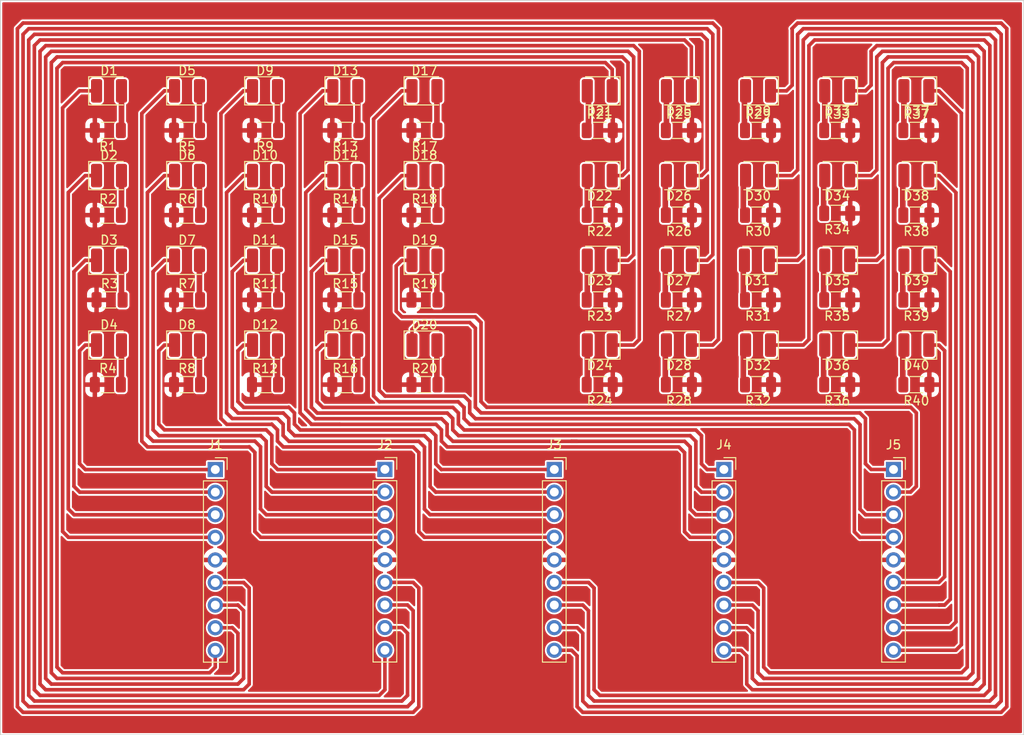
<source format=kicad_pcb>
(kicad_pcb (version 20211014) (generator pcbnew)
  (layers (0 "F.Cu" mixed) (31 "B.Cu" power) (34 "B.Paste" user) (35 "F.Paste" user) (36 "B.SilkS" user "B.Silkscreen") (37 "F.SilkS" user "F.Silkscreen") (38 "B.Mask" user) (39 "F.Mask" user) (44 "Edge.Cuts" user))
  (net 0 "")
  (net 1 "+5V")
  (net 2 "Net-(D1-Pad2)")
  (net 3 "Net-(D3-Pad1)")
  (net 4 "Net-(D3-Pad2)")
  (net 5 "Net-(D5-Pad1)")
  (net 6 "Net-(D5-Pad2)")
  (net 7 "Net-(D7-Pad1)")
  (net 8 "Net-(D7-Pad2)")
  (net 9 "Net-(D2-Pad1)")
  (net 10 "Net-(D2-Pad2)")
  (net 11 "Net-(D4-Pad1)")
  (net 12 "Net-(D4-Pad2)")
  (net 13 "Net-(D6-Pad1)")
  (net 14 "Net-(D6-Pad2)")
  (net 15 "Net-(D8-Pad1)")
  (net 16 "Net-(D8-Pad2)")
  (net 17 "Net-(D9-Pad1)")
  (net 18 "Net-(D9-Pad2)")
  (net 19 "Net-(D10-Pad1)")
  (net 20 "Net-(D10-Pad2)")
  (net 21 "Net-(D11-Pad1)")
  (net 22 "Net-(D11-Pad2)")
  (net 23 "Net-(D12-Pad1)")
  (net 24 "Net-(D12-Pad2)")
  (net 25 "Net-(D13-Pad1)")
  (net 26 "Net-(D13-Pad2)")
  (net 27 "Net-(D14-Pad1)")
  (net 28 "Net-(D14-Pad2)")
  (net 29 "Net-(D15-Pad1)")
  (net 30 "Net-(D15-Pad2)")
  (net 31 "Net-(D16-Pad1)")
  (net 32 "Net-(D16-Pad2)")
  (net 33 "Net-(D17-Pad1)")
  (net 34 "Net-(D17-Pad2)")
  (net 35 "Net-(D18-Pad1)")
  (net 36 "Net-(D18-Pad2)")
  (net 37 "Net-(D19-Pad1)")
  (net 38 "Net-(D19-Pad2)")
  (net 39 "Net-(D20-Pad1)")
  (net 40 "Net-(D20-Pad2)")
  (net 41 "Net-(D21-Pad1)")
  (net 42 "Net-(D21-Pad2)")
  (net 43 "Net-(D22-Pad1)")
  (net 44 "Net-(D22-Pad2)")
  (net 45 "Net-(D23-Pad1)")
  (net 46 "Net-(D23-Pad2)")
  (net 47 "Net-(D24-Pad1)")
  (net 48 "Net-(D24-Pad2)")
  (net 49 "Net-(D25-Pad1)")
  (net 50 "Net-(D25-Pad2)")
  (net 51 "Net-(D26-Pad1)")
  (net 52 "Net-(D26-Pad2)")
  (net 53 "Net-(D27-Pad1)")
  (net 54 "Net-(D27-Pad2)")
  (net 55 "Net-(D28-Pad1)")
  (net 56 "Net-(D28-Pad2)")
  (net 57 "Net-(D29-Pad1)")
  (net 58 "Net-(D29-Pad2)")
  (net 59 "Net-(D30-Pad1)")
  (net 60 "Net-(D30-Pad2)")
  (net 61 "Net-(D31-Pad1)")
  (net 62 "Net-(D31-Pad2)")
  (net 63 "Net-(D32-Pad1)")
  (net 64 "Net-(D32-Pad2)")
  (net 65 "Net-(D33-Pad1)")
  (net 66 "Net-(D33-Pad2)")
  (net 67 "Net-(D34-Pad1)")
  (net 68 "Net-(D34-Pad2)")
  (net 69 "Net-(D35-Pad1)")
  (net 70 "Net-(D35-Pad2)")
  (net 71 "Net-(D36-Pad1)")
  (net 72 "Net-(D36-Pad2)")
  (net 73 "Net-(D37-Pad1)")
  (net 74 "Net-(D1-Pad1)")
  (net 75 "Net-(D38-Pad1)")
  (net 76 "Net-(D38-Pad2)")
  (net 77 "Net-(D39-Pad1)")
  (net 78 "Net-(D39-Pad2)")
  (net 79 "Net-(D40-Pad1)")
  (net 80 "Net-(D40-Pad2)")
  (net 81 "Net-(R37-Pad1)")
  (footprint "Resistor_SMD:R_1206_3216Metric" (layer "F.Cu") (at 83.185 73.025)
    (fp_text reference "R20")
    (fp_text value "R")
  )
  (footprint "LED_SMD:LED_1210_3225Metric" (layer "F.Cu") (at 65.275 49.53)
    (fp_text reference "D10")
    (fp_text value "YELLOW")
  )
  (footprint "Resistor_SMD:R_1206_3216Metric" (layer "F.Cu") (at 65.275 73.025)
    (fp_text reference "R12")
    (fp_text value "R")
  )
  (footprint "LED_SMD:LED_1210_3225Metric" (layer "F.Cu") (at 102.87 40.005 180)
    (fp_text reference "D21")
    (fp_text value "ORANGE")
  )
  (footprint "LED_SMD:LED_1210_3225Metric" (layer "F.Cu") (at 129.54 68.58 180)
    (fp_text reference "D36")
    (fp_text value "BLUE")
  )
  (footprint "LED_SMD:LED_1210_3225Metric" (layer "F.Cu") (at 111.76 49.53 180)
    (fp_text reference "D26")
    (fp_text value "YELLOW")
  )
  (footprint "Resistor_SMD:R_1206_3216Metric" (layer "F.Cu") (at 129.54 44.45)
    (fp_text reference "R33")
    (fp_text value "R")
  )
  (footprint "Resistor_SMD:R_1206_3216Metric" (layer "F.Cu") (at 120.65 63.5 180)
    (fp_text reference "R31")
    (fp_text value "R")
  )
  (footprint "Resistor_SMD:R_1206_3216Metric" (layer "F.Cu") (at 56.515 44.45 180)
    (fp_text reference "R5")
    (fp_text value "R")
  )
  (footprint "Resistor_SMD:R_1206_3216Metric" (layer "F.Cu") (at 111.76 53.975 180)
    (fp_text reference "R26")
    (fp_text value "R")
  )
  (footprint "Resistor_SMD:R_1206_3216Metric" (layer "F.Cu") (at 129.54 53.775 180)
    (fp_text reference "R34")
    (fp_text value "R")
  )
  (footprint "Resistor_SMD:R_1206_3216Metric" (layer "F.Cu") (at 83.185 53.975)
    (fp_text reference "R18")
    (fp_text value "R")
  )
  (footprint "LED_SMD:LED_1210_3225Metric" (layer "F.Cu") (at 120.52 59.055 180)
    (fp_text reference "D31")
    (fp_text value "GREEN")
  )
  (footprint "Resistor_SMD:R_1206_3216Metric" (layer "F.Cu") (at 129.54 63.5 180)
    (fp_text reference "R35")
    (fp_text value "R")
  )
  (footprint "LED_SMD:LED_1210_3225Metric" (layer "F.Cu") (at 47.755 40.005)
    (fp_text reference "D1")
    (fp_text value "ORANGE")
  )
  (footprint "LED_SMD:LED_1210_3225Metric" (layer "F.Cu") (at 83.185 59.055)
    (fp_text reference "D19")
    (fp_text value "GREEN")
  )
  (footprint "Resistor_SMD:R_1206_3216Metric" (layer "F.Cu") (at 120.65 53.975 180)
    (fp_text reference "R30")
    (fp_text value "R")
  )
  (footprint "Resistor_SMD:R_1206_3216Metric" (layer "F.Cu") (at 47.8175 63.5)
    (fp_text reference "R3")
    (fp_text value "R")
  )
  (footprint "LED_SMD:LED_1210_3225Metric" (layer "F.Cu") (at 56.515 59.055)
    (fp_text reference "D7")
    (fp_text value "GREEN")
  )
  (footprint "Resistor_SMD:R_1206_3216Metric" (layer "F.Cu") (at 56.515 63.5)
    (fp_text reference "R7")
    (fp_text value "R")
  )
  (footprint "LED_SMD:LED_1210_3225Metric" (layer "F.Cu") (at 83.185 49.53)
    (fp_text reference "D18")
    (fp_text value "YELLOW")
  )
  (footprint "Resistor_SMD:R_1206_3216Metric" (layer "F.Cu") (at 120.65 73.025 180)
    (fp_text reference "R32")
    (fp_text value "R")
  )
  (footprint "Resistor_SMD:R_1206_3216Metric" (layer "F.Cu") (at 102.87 73.025 180)
    (fp_text reference "R24")
    (fp_text value "R")
  )
  (footprint "LED_SMD:LED_1210_3225Metric" (layer "F.Cu") (at 120.65 49.53 180)
    (fp_text reference "D30")
    (fp_text value "YELLOW")
  )
  (footprint "Connector_PinSocket_2.54mm:PinSocket_1x09_P2.54mm_Vertical" (layer "F.Cu") (at 78.74 82.55)
    (fp_text reference "J2")
    (fp_text value "Conn_01x09_Male")
  )
  (footprint "LED_SMD:LED_1210_3225Metric" (layer "F.Cu") (at 111.76 68.58 180)
    (fp_text reference "D28")
    (fp_text value "BLUE")
  )
  (footprint "Resistor_SMD:R_1206_3216Metric" (layer "F.Cu") (at 102.87 63.5 180)
    (fp_text reference "R23")
    (fp_text value "R")
  )
  (footprint "Resistor_SMD:R_1206_3216Metric" (layer "F.Cu") (at 102.87 44.45)
    (fp_text reference "R21")
    (fp_text value "R")
  )
  (footprint "LED_SMD:LED_1210_3225Metric" (layer "F.Cu") (at 102.87 49.53 180)
    (fp_text reference "D22")
    (fp_text value "YELLOW")
  )
  (footprint "Resistor_SMD:R_1206_3216Metric" (layer "F.Cu") (at 56.515 53.975)
    (fp_text reference "R6")
    (fp_text value "R")
  )
  (footprint "Connector_PinSocket_2.54mm:PinSocket_1x09_P2.54mm_Vertical" (layer "F.Cu") (at 97.765 82.56)
    (fp_text reference "J3")
    (fp_text value "Conn_01x09_Male")
  )
  (footprint "LED_SMD:LED_1210_3225Metric" (layer "F.Cu") (at 74.295 68.58)
    (fp_text reference "D16")
    (fp_text value "BLUE")
  )
  (footprint "Resistor_SMD:R_1206_3216Metric" (layer "F.Cu") (at 102.87 53.975 180)
    (fp_text reference "R22")
    (fp_text value "R")
  )
  (footprint "Resistor_SMD:R_1206_3216Metric" (layer "F.Cu") (at 111.76 73.025 180)
    (fp_text reference "R28")
    (fp_text value "R")
  )
  (footprint "LED_SMD:LED_1210_3225Metric" (layer "F.Cu") (at 74.295 49.53)
    (fp_text reference "D14")
    (fp_text value "YELLOW")
  )
  (footprint "Resistor_SMD:R_1206_3216Metric" (layer "F.Cu") (at 129.54 73.025 180)
    (fp_text reference "R36")
    (fp_text value "R")
  )
  (footprint "Resistor_SMD:R_1206_3216Metric" (layer "F.Cu") (at 83.185 63.5)
    (fp_text reference "R19")
    (fp_text value "R")
  )
  (footprint "Resistor_SMD:R_1206_3216Metric" (layer "F.Cu") (at 138.43 63.5 180)
    (fp_text reference "R39")
    (fp_text value "R")
  )
  (footprint "Resistor_SMD:R_1206_3216Metric" (layer "F.Cu") (at 47.625 53.975)
    (fp_text reference "R2")
    (fp_text value "R")
  )
  (footprint "LED_SMD:LED_1210_3225Metric" (layer "F.Cu") (at 56.515 49.53)
    (fp_text reference "D6")
    (fp_text value "YELLOW")
  )
  (footprint "LED_SMD:LED_1210_3225Metric" (layer "F.Cu") (at 102.87 68.58 180)
    (fp_text reference "D24")
    (fp_text value "BLUE")
  )
  (footprint "LED_SMD:LED_1210_3225Metric" (layer "F.Cu") (at 138.43 49.53 180)
    (fp_text reference "D38")
    (fp_text value "YELLOW")
  )
  (footprint "Resistor_SMD:R_1206_3216Metric" (layer "F.Cu") (at 138.43 44.45)
    (fp_text reference "R37")
    (fp_text value "R")
  )
  (footprint "Resistor_SMD:R_1206_3216Metric" (layer "F.Cu") (at 65.275 44.45 180)
    (fp_text reference "R9")
    (fp_text value "R")
  )
  (footprint "LED_SMD:LED_1210_3225Metric" (layer "F.Cu") (at 47.755 49.53)
    (fp_text reference "D2")
    (fp_text value "YELLOW")
  )
  (footprint "LED_SMD:LED_1210_3225Metric" (layer "F.Cu") (at 102.87 59.055 180)
    (fp_text reference "D23")
    (fp_text value "GREEN")
  )
  (footprint "LED_SMD:LED_1210_3225Metric" (layer "F.Cu") (at 138.43 59.055 180)
    (fp_text reference "D39")
    (fp_text value "GREEN")
  )
  (footprint "LED_SMD:LED_1210_3225Metric" (layer "F.Cu") (at 129.54 59.055 180)
    (fp_text reference "D35")
    (fp_text value "GREEN")
  )
  (footprint "LED_SMD:LED_1210_3225Metric" (layer "F.Cu") (at 65.275 59.055)
    (fp_text reference "D11")
    (fp_text value "GREEN")
  )
  (footprint "LED_SMD:LED_1210_3225Metric" (layer "F.Cu") (at 65.275 40.005)
    (fp_text reference "D9")
    (fp_text value "ORANGE")
  )
  (footprint "LED_SMD:LED_1210_3225Metric" (layer "F.Cu") (at 83.185 40.005)
    (fp_text reference "D17")
    (fp_text value "ORANGE")
  )
  (footprint "LED_SMD:LED_1210_3225Metric" (layer "F.Cu") (at 120.65 40.005 180)
    (fp_text reference "D29")
    (fp_text value "ORANGE")
  )
  (footprint "LED_SMD:LED_1210_3225Metric" (layer "F.Cu") (at 138.43 40.005 180)
    (fp_text reference "D37")
    (fp_text value "ORANGE")
  )
  (footprint "LED_SMD:LED_1210_3225Metric" (layer "F.Cu") (at 65.275 68.58)
    (fp_text reference "D12")
    (fp_text value "BLUE")
  )
  (footprint "LED_SMD:LED_1210_3225Metric" (layer "F.Cu") (at 83.185 68.58)
    (fp_text reference "D20")
    (fp_text value "BLUE")
  )
  (footprint "LED_SMD:LED_1210_3225Metric" (layer "F.Cu") (at 129.54 49.53 180)
    (fp_text reference "D34")
    (fp_text value "YELLOW")
  )
  (footprint "Resistor_SMD:R_1206_3216Metric" (layer "F.Cu") (at 47.625 73.025)
    (fp_text reference "R4")
    (fp_text value "R")
  )
  (footprint "Resistor_SMD:R_1206_3216Metric" (layer "F.Cu") (at 65.275 53.975)
    (fp_text reference "R10")
    (fp_text value "R")
  )
  (footprint "Resistor_SMD:R_1206_3216Metric" (layer "F.Cu") (at 74.295 63.5)
    (fp_text reference "R15")
    (fp_text value "R")
  )
  (footprint "Resistor_SMD:R_1206_3216Metric" (layer "F.Cu") (at 74.295 44.45 180)
    (fp_text reference "R13")
    (fp_text value "R")
  )
  (footprint "Resistor_SMD:R_1206_3216Metric" (layer "F.Cu") (at 120.65 44.45)
    (fp_text reference "R29")
    (fp_text value "R")
  )
  (footprint "Resistor_SMD:R_1206_3216Metric" (layer "F.Cu") (at 74.295 73.025)
    (fp_text reference "R16")
    (fp_text value "R")
  )
  (footprint "Resistor_SMD:R_1206_3216Metric" (layer "F.Cu") (at 138.43 73.025 180)
    (fp_text reference "R40")
    (fp_text value "R")
  )
  (footprint "Resistor_SMD:R_1206_3216Metric" (layer "F.Cu") (at 47.625 44.45 180)
    (fp_text reference "R1")
    (fp_text value "R")
  )
  (footprint "Resistor_SMD:R_1206_3216Metric" (layer "F.Cu") (at 111.76 44.45)
    (fp_text reference "R25")
    (fp_text value "R")
  )
  (footprint "Resistor_SMD:R_1206_3216Metric" (layer "F.Cu") (at 111.76 63.5 180)
    (fp_text reference "R27")
    (fp_text value "R")
  )
  (footprint "LED_SMD:LED_1210_3225Metric" (layer "F.Cu") (at 74.295 59.055)
    (fp_text reference "D15")
    (fp_text value "GREEN")
  )
  (footprint "Connector_PinSocket_2.54mm:PinSocket_1x09_P2.54mm_Vertical" (layer "F.Cu") (at 59.69 82.57)
    (fp_text reference "J1")
    (fp_text value "Conn_01x09_Male")
  )
  (footprint "Resistor_SMD:R_1206_3216Metric" (layer "F.Cu") (at 65.275 63.5)
    (fp_text reference "R11")
    (fp_text value "R")
  )
  (footprint "LED_SMD:LED_1210_3225Metric" (layer "F.Cu") (at 111.76 40.005 180)
    (fp_text reference "D25")
    (fp_text value "ORANGE")
  )
  (footprint "Connector_PinSocket_2.54mm:PinSocket_1x09_P2.54mm_Vertical" (layer "F.Cu") (at 135.865 82.56)
    (fp_text reference "J5")
    (fp_text value "Conn_01x09_Male")
  )
  (footprint "Resistor_SMD:R_1206_3216Metric" (layer "F.Cu") (at 83.185 44.45 180)
    (fp_text reference "R17")
    (fp_text value "R")
  )
  (footprint "Resistor_SMD:R_1206_3216Metric" (layer "F.Cu") (at 74.295 53.975)
    (fp_text reference "R14")
    (fp_text value "R")
  )
  (footprint "Resistor_SMD:R_1206_3216Metric" (layer "F.Cu") (at 138.43 53.975 180)
    (fp_text reference "R38")
    (fp_text value "R")
  )
  (footprint "LED_SMD:LED_1210_3225Metric" (layer "F.Cu") (at 56.515 68.58)
    (fp_text reference "D8")
    (fp_text value "BLUE")
  )
  (footprint "LED_SMD:LED_1210_3225Metric" (layer "F.Cu") (at 129.54 40.005 180)
    (fp_text reference "D33")
    (fp_text value "ORANGE")
  )
  (footprint "LED_SMD:LED_1210_3225Metric" (layer "F.Cu") (at 111.76 59.055 180)
    (fp_text reference "D27")
    (fp_text value "GREEN")
  )
  (footprint "LED_SMD:LED_1210_3225Metric" (layer "F.Cu") (at 47.755 68.58)
    (fp_text reference "D4")
    (fp_text value "BLUE")
  )
  (footprint "LED_SMD:LED_1210_3225Metric" (layer "F.Cu") (at 120.65 68.58 180)
    (fp_text reference "D32")
    (fp_text value "BLUE")
  )
  (footprint "Connector_PinSocket_2.54mm:PinSocket_1x09_P2.54mm_Vertical" (layer "F.Cu") (at 116.815 82.56)
    (fp_text reference "J4")
    (fp_text value "Conn_01x09_Male")
  )
  (footprint "LED_SMD:LED_1210_3225Metric" (layer "F.Cu") (at 138.43 68.58 180)
    (fp_text reference "D40")
    (fp_text value "BLUE")
  )
  (footprint "Resistor_SMD:R_1206_3216Metric" (layer "F.Cu") (at 56.515 73.025)
    (fp_text reference "R8")
    (fp_text value "R")
  )
  (footprint "LED_SMD:LED_1210_3225Metric" (layer "F.Cu") (at 56.515 40.005)
    (fp_text reference "D5")
    (fp_text value "ORANGE")
  )
  (footprint "LED_SMD:LED_1210_3225Metric" (layer "F.Cu") (at 47.755 59.055)
    (fp_text reference "D3")
    (fp_text value "GREEN")
  )
  (footprint "LED_SMD:LED_1210_3225Metric" (layer "F.Cu") (at 74.295 40.005)
    (fp_text reference "D13")
    (fp_text value "ORANGE")
  )
  (gr_rect (start 35.56 29.845) (end 150.495 112.395) (layer "Edge.Cuts") (width 0.1) (fill none))
  (segment (start 49.155 44.3825) (end 49.0875 44.45) (width 0.635) (layer "F.Cu") (net 2))
  (segment (start 49.155 40.005) (end 49.155 44.3825) (width 0.635) (layer "F.Cu") (net 2))
  (segment (start 46.355 59.055) (end 45.085 59.055) (width 0.4064) (layer "F.Cu") (net 3))
  (segment (start 43.815 60.325) (end 43.815 84.455) (width 0.4064) (layer "F.Cu") (net 3))
  (segment (start 44.47 85.11) (end 59.69 85.11) (width 0.4064) (layer "F.Cu") (net 3))
  (segment (start 43.815 84.455) (end 44.47 85.11) (width 0.4064) (layer "F.Cu") (net 3))
  (segment (start 45.085 59.055) (end 43.815 60.325) (width 0.4064) (layer "F.Cu") (net 3))
  (segment (start 49.152 59.1175) (end 49.152 63.495) (width 0.635) (layer "F.Cu") (net 4))
  (segment (start 64.135 89.535) (end 64.79 90.19) (width 0.4064) (layer "F.Cu") (net 5))
  (segment (start 53.975 40.005) (end 51.435 42.545) (width 0.4064) (layer "F.Cu") (net 5))
  (segment (start 64.79 90.19) (end 79.375 90.19) (width 0.4064) (layer "F.Cu") (net 5))
  (segment (start 51.435 42.545) (end 51.435 79.375) (width 0.4064) (layer "F.Cu") (net 5))
  (segment (start 52.09 80.03) (end 63.48 80.03) (width 0.4064) (layer "F.Cu") (net 5))
  (segment (start 64.135 80.645) (end 64.135 89.535) (width 0.4064) (layer "F.Cu") (net 5))
  (segment (start 51.435 79.375) (end 52.09 80.03) (width 0.4064) (layer "F.Cu") (net 5))
  (segment (start 55.115 40.005) (end 53.975 40.005) (width 0.4064) (layer "F.Cu") (net 5))
  (segment (start 63.5 80.01) (end 64.135 80.645) (width 0.4064) (layer "F.Cu") (net 5))
  (segment (start 63.48 80.03) (end 63.5 80.01) (width 0.4064) (layer "F.Cu") (net 5))
  (segment (start 57.915 40.005) (end 57.915 44.3875) (width 0.635) (layer "F.Cu") (net 6))
  (segment (start 57.915 44.3875) (end 57.9775 44.45) (width 0.635) (layer "F.Cu") (net 6))
  (segment (start 64.77 78.74) (end 65.405 79.375) (width 0.4064) (layer "F.Cu") (net 7))
  (segment (start 53.36 78.76) (end 64.75 78.76) (width 0.4064) (layer "F.Cu") (net 7))
  (segment (start 52.705 60.325) (end 52.705 78.105) (width 0.4064) (layer "F.Cu") (net 7))
  (segment (start 64.75 78.76) (end 64.77 78.74) (width 0.4064) (layer "F.Cu") (net 7))
  (segment (start 65.405 84.455) (end 66.06 85.11) (width 0.4064) (layer "F.Cu") (net 7))
  (segment (start 66.06 85.11) (end 79.375 85.11) (width 0.4064) (layer "F.Cu") (net 7))
  (segment (start 53.975 59.055) (end 52.705 60.325) (width 0.4064) (layer "F.Cu") (net 7))
  (segment (start 52.705 78.105) (end 53.36 78.76) (width 0.4064) (layer "F.Cu") (net 7))
  (segment (start 65.405 79.375) (end 65.405 84.455) (width 0.4064) (layer "F.Cu") (net 7))
  (segment (start 55.115 59.055) (end 53.975 59.055) (width 0.4064) (layer "F.Cu") (net 7))
  (segment (start 57.912 59.1175) (end 57.912 63.5) (width 0.635) (layer "F.Cu") (net 8))
  (segment (start 43.18 86.995) (end 43.835 87.65) (width 0.4064) (layer "F.Cu") (net 9))
  (segment (start 46.355 49.53) (end 45.085 49.53) (width 0.4064) (layer "F.Cu") (net 9))
  (segment (start 43.835 87.65) (end 59.69 87.65) (width 0.4064) (layer "F.Cu") (net 9))
  (segment (start 43.18 51.435) (end 43.18 86.995) (width 0.4064) (layer "F.Cu") (net 9))
  (segment (start 45.085 49.53) (end 43.18 51.435) (width 0.4064) (layer "F.Cu") (net 9))
  (segment (start 49.152 49.4655) (end 49.152 53.843) (width 0.635) (layer "F.Cu") (net 10))
  (segment (start 45.105 82.57) (end 59.69 82.57) (width 0.4064) (layer "F.Cu") (net 11))
  (segment (start 45.085 68.58) (end 44.45 69.215) (width 0.4064) (layer "F.Cu") (net 11))
  (segment (start 46.355 68.58) (end 45.085 68.58) (width 0.4064) (layer "F.Cu") (net 11))
  (segment (start 44.45 81.915) (end 45.105 82.57) (width 0.4064) (layer "F.Cu") (net 11))
  (segment (start 44.45 69.215) (end 44.45 81.915) (width 0.4064) (layer "F.Cu") (net 11))
  (segment (start 49.152 69.0235) (end 49.152 73.401) (width 0.635) (layer "F.Cu") (net 12))
  (segment (start 64.77 86.995) (end 65.425 87.65) (width 0.4064) (layer "F.Cu") (net 13))
  (segment (start 64.77 80.01) (end 64.77 86.995) (width 0.4064) (layer "F.Cu") (net 13))
  (segment (start 53.975 49.53) (end 52.07 51.435) (width 0.4064) (layer "F.Cu") (net 13))
  (segment (start 52.07 78.74) (end 52.705 79.375) (width 0.4064) (layer "F.Cu") (net 13))
  (segment (start 52.07 51.435) (end 52.07 78.74) (width 0.4064) (layer "F.Cu") (net 13))
  (segment (start 64.135 79.375) (end 64.77 80.01) (width 0.4064) (layer "F.Cu") (net 13))
  (segment (start 65.425 87.65) (end 79.375 87.65) (width 0.4064) (layer "F.Cu") (net 13))
  (segment (start 52.705 79.375) (end 64.135 79.375) (width 0.4064) (layer "F.Cu") (net 13))
  (segment (start 55.115 49.53) (end 53.975 49.53) (width 0.4064) (layer "F.Cu") (net 13))
  (segment (start 57.912 49.4655) (end 57.912 53.848) (width 0.635) (layer "F.Cu") (net 14))
  (segment (start 66.695 82.57) (end 79.375 82.57) (width 0.4064) (layer "F.Cu") (net 15))
  (segment (start 53.975 68.58) (end 53.34 69.215) (width 0.4064) (layer "F.Cu") (net 15))
  (segment (start 53.975 78.105) (end 65.405 78.105) (width 0.4064) (layer "F.Cu") (net 15))
  (segment (start 53.34 77.47) (end 53.975 78.105) (width 0.4064) (layer "F.Cu") (net 15))
  (segment (start 65.405 78.105) (end 66.04 78.74) (width 0.4064) (layer "F.Cu") (net 15))
  (segment (start 55.115 68.58) (end 53.975 68.58) (width 0.4064) (layer "F.Cu") (net 15))
  (segment (start 53.34 69.215) (end 53.34 77.47) (width 0.4064) (layer "F.Cu") (net 15))
  (segment (start 66.04 81.915) (end 66.695 82.57) (width 0.4064) (layer "F.Cu") (net 15))
  (segment (start 66.04 78.74) (end 66.04 81.915) (width 0.4064) (layer "F.Cu") (net 15))
  (segment (start 57.912 69.0235) (end 57.912 73.406) (width 0.635) (layer "F.Cu") (net 16))
  (segment (start 66.675 78.105) (end 66.675 79.375) (width 0.4064) (layer "F.Cu") (net 17))
  (segment (start 60.325 76.835) (end 60.98 77.49) (width 0.4064) (layer "F.Cu") (net 17))
  (segment (start 82.55 80.665) (end 82.55 89.555) (width 0.4064) (layer "F.Cu") (net 17))
  (segment (start 60.98 77.49) (end 66.02 77.49) (width 0.4064) (layer "F.Cu") (net 17))
  (segment (start 83.185 90.19) (end 83.195 90.18) (width 0.4064) (layer "F.Cu") (net 17))
  (segment (start 63.875 40.005) (end 62.865 40.005) (width 0.4064) (layer "F.Cu") (net 17))
  (segment (start 60.325 42.545) (end 60.325 76.835) (width 0.4064) (layer "F.Cu") (net 17))
  (segment (start 82.55 89.555) (end 83.185 90.19) (width 0.4064) (layer "F.Cu") (net 17))
  (segment (start 83.195 90.18) (end 97.765 90.18) (width 0.4064) (layer "F.Cu") (net 17))
  (segment (start 66.675 79.375) (end 67.33 80.03) (width 0.4064) (layer "F.Cu") (net 17))
  (segment (start 62.865 40.005) (end 60.325 42.545) (width 0.4064) (layer "F.Cu") (net 17))
  (segment (start 66.04 77.47) (end 66.675 78.105) (width 0.4064) (layer "F.Cu") (net 17))
  (segment (start 81.915 80.03) (end 82.55 80.665) (width 0.4064) (layer "F.Cu") (net 17))
  (segment (start 67.33 80.03) (end 81.915 80.03) (width 0.4064) (layer "F.Cu") (net 17))
  (segment (start 66.02 77.49) (end 66.04 77.47) (width 0.4064) (layer "F.Cu") (net 17))
  (segment (start 66.675 40.005) (end 66.675 44.3875) (width 0.635) (layer "F.Cu") (net 18))
  (segment (start 66.675 44.3875) (end 66.7375 44.45) (width 0.635) (layer "F.Cu") (net 18))
  (segment (start 67.31 77.47) (end 67.31 78.74) (width 0.4064) (layer "F.Cu") (net 19))
  (segment (start 60.96 51.435) (end 60.96 76.2) (width 0.4064) (layer "F.Cu") (net 19))
  (segment (start 67.965 79.395) (end 82.55 79.395) (width 0.4064) (layer "F.Cu") (net 19))
  (segment (start 83.185 87.015) (end 83.81 87.64) (width 0.4064) (layer "F.Cu") (net 19))
  (segment (start 83.185 80.03) (end 83.185 87.015) (width 0.4064) (layer "F.Cu") (net 19))
  (segment (start 83.81 87.64) (end 97.765 87.64) (width 0.4064) (layer "F.Cu") (net 19))
  (segment (start 60.96 76.2) (end 61.595 76.835) (width 0.4064) (layer "F.Cu") (net 19))
  (segment (start 62.865 49.53) (end 60.96 51.435) (width 0.4064) (layer "F.Cu") (net 19))
  (segment (start 61.595 76.835) (end 66.675 76.835) (width 0.4064) (layer "F.Cu") (net 19))
  (segment (start 82.55 79.395) (end 83.185 80.03) (width 0.4064) (layer "F.Cu") (net 19))
  (segment (start 66.675 76.835) (end 67.31 77.47) (width 0.4064) (layer "F.Cu") (net 19))
  (segment (start 67.31 78.74) (end 67.965 79.395) (width 0.4064) (layer "F.Cu") (net 19))
  (segment (start 63.875 49.53) (end 62.865 49.53) (width 0.4064) (layer "F.Cu") (net 19))
  (segment (start 66.672 49.4655) (end 66.672 53.848) (width 0.635) (layer "F.Cu") (net 20))
  (segment (start 68.6 78.76) (end 83.185 78.76) (width 0.4064) (layer "F.Cu") (net 21))
  (segment (start 83.185 78.76) (end 83.82 79.395) (width 0.4064) (layer "F.Cu") (net 21))
  (segment (start 62.865 59.055) (end 61.595 60.325) (width 0.4064) (layer "F.Cu") (net 21))
  (segment (start 61.595 75.565) (end 62.25 76.22) (width 0.4064) (layer "F.Cu") (net 21))
  (segment (start 61.595 60.325) (end 61.595 75.565) (width 0.4064) (layer "F.Cu") (net 21))
  (segment (start 84.465 85.1) (end 97.765 85.1) (width 0.4064) (layer "F.Cu") (net 21))
  (segment (start 83.82 84.475) (end 84.455 85.11) (width 0.4064) (layer "F.Cu") (net 21))
  (segment (start 83.82 79.395) (end 83.82 84.475) (width 0.4064) (layer "F.Cu") (net 21))
  (segment (start 62.25 76.22) (end 67.29 76.22) (width 0.4064) (layer "F.Cu") (net 21))
  (segment (start 67.29 76.22) (end 67.31 76.2) (width 0.4064) (layer "F.Cu") (net 21))
  (segment (start 63.875 59.055) (end 62.865 59.055) (width 0.4064) (layer "F.Cu") (net 21))
  (segment (start 67.945 76.835) (end 67.945 78.105) (width 0.4064) (layer "F.Cu") (net 21))
  (segment (start 67.31 76.2) (end 67.945 76.835) (width 0.4064) (layer "F.Cu") (net 21))
  (segment (start 67.945 78.105) (end 68.6 78.76) (width 0.4064) (layer "F.Cu") (net 21))
  (segment (start 84.455 85.11) (end 84.465 85.1) (width 0.4064) (layer "F.Cu") (net 21))
  (segment (start 66.672 59.1175) (end 66.672 63.5) (width 0.635) (layer "F.Cu") (net 22))
  (segment (start 85.1 82.56) (end 97.765 82.56) (width 0.4064) (layer "F.Cu") (net 23))
  (segment (start 85.09 82.57) (end 85.1 82.56) (width 0.4064) (layer "F.Cu") (net 23))
  (segment (start 62.865 68.58) (end 62.23 69.215) (width 0.4064) (layer "F.Cu") (net 23))
  (segment (start 68.58 77.47) (end 69.235 78.125) (width 0.4064) (layer "F.Cu") (net 23))
  (segment (start 83.82 78.125) (end 84.455 78.76) (width 0.4064) (layer "F.Cu") (net 23))
  (segment (start 68.58 76.2) (end 68.58 77.47) (width 0.4064) (layer "F.Cu") (net 23))
  (segment (start 84.455 81.935) (end 85.09 82.57) (width 0.4064) (layer "F.Cu") (net 23))
  (segment (start 84.455 78.76) (end 84.455 81.935) (width 0.4064) (layer "F.Cu") (net 23))
  (segment (start 69.235 78.125) (end 83.82 78.125) (width 0.4064) (layer "F.Cu") (net 23))
  (segment (start 67.945 75.565) (end 68.58 76.2) (width 0.4064) (layer "F.Cu") (net 23))
  (segment (start 67.925 75.585) (end 67.945 75.565) (width 0.4064) (layer "F.Cu") (net 23))
  (segment (start 62.885 75.585) (end 67.925 75.585) (width 0.4064) (layer "F.Cu") (net 23))
  (segment (start 63.875 68.58) (end 62.865 68.58) (width 0.4064) (layer "F.Cu") (net 23))
  (segment (start 62.23 69.215) (end 62.23 74.93) (width 0.4064) (layer "F.Cu") (net 23))
  (segment (start 62.23 74.93) (end 62.885 75.585) (width 0.4064) (layer "F.Cu") (net 23))
  (segment (start 66.672 69.0235) (end 66.672 73.406) (width 0.635) (layer "F.Cu") (net 24))
  (segment (start 70.465 77.49) (end 73.68 77.49) (width 0.4064) (layer "F.Cu") (net 25))
  (segment (start 113.03 90.19) (end 116.84 90.19) (width 0.4064) (layer "F.Cu") (net 25))
  (segment (start 111.76 80.03) (end 112.395 80.665) (width 0.4064) (layer "F.Cu") (net 25))
  (segment (start 73.68 77.49) (end 84.475 77.49) (width 0.4064) (layer "F.Cu") (net 25))
  (segment (start 70.505 77.49) (end 73.68 77.49) (width 0.4064) (layer "F.Cu") (net 25))
  (segment (start 112.395 89.555) (end 113.03 90.19) (width 0.4064) (layer "F.Cu") (net 25))
  (segment (start 85.745 80.03) (end 111.76 80.03) (width 0.4064) (layer "F.Cu") (net 25))
  (segment (start 112.395 80.665) (end 112.395 89.555) (width 0.4064) (layer "F.Cu") (net 25))
  (segment (start 85.09 79.375) (end 85.745 80.03) (width 0.4064) (layer "F.Cu") (net 25))
  (segment (start 84.475 77.49) (end 85.09 78.105) (width 0.4064) (layer "F.Cu") (net 25))
  (segment (start 72.895 40.005) (end 71.755 40.005) (width 0.4064) (layer "F.Cu") (net 25))
  (segment (start 69.215 42.545) (end 69.215 76.2) (width 0.4064) (layer "F.Cu") (net 25))
  (segment (start 71.755 40.005) (end 69.215 42.545) (width 0.4064) (layer "F.Cu") (net 25))
  (segment (start 85.09 78.105) (end 85.09 79.375) (width 0.4064) (layer "F.Cu") (net 25))
  (segment (start 69.215 76.2) (end 70.505 77.49) (width 0.4064) (layer "F.Cu") (net 25))
  (segment (start 75.695 44.3875) (end 75.7575 44.45) (width 0.635) (layer "F.Cu") (net 26))
  (segment (start 75.695 40.005) (end 75.695 44.3875) (width 0.635) (layer "F.Cu") (net 26))
  (segment (start 70.913574 76.855) (end 85.11 76.855) (width 0.4064) (layer "F.Cu") (net 27))
  (segment (start 100.33 79.395) (end 99.695 79.395) (width 0.4064) (layer "F.Cu") (net 27))
  (segment (start 112.395 79.395) (end 113.03 80.03) (width 0.4064) (layer "F.Cu") (net 27))
  (segment (start 85.725 77.47) (end 85.725 78.74) (width 0.4064) (layer "F.Cu") (net 27))
  (segment (start 85.725 78.74) (end 86.38 79.395) (width 0.4064) (layer "F.Cu") (net 27))
  (segment (start 71.755 49.53) (end 69.85 51.435) (width 0.4064) (layer "F.Cu") (net 27))
  (segment (start 116.84 87.65) (end 114.935 87.65) (width 0.4064) (layer "F.Cu") (net 27))
  (segment (start 72.895 49.53) (end 71.755 49.53) (width 0.4064) (layer "F.Cu") (net 27))
  (segment (start 113.03 87.015) (end 113.665 87.65) (width 0.4064) (layer "F.Cu") (net 27))
  (segment (start 113.665 87.65) (end 114.935 87.65) (width 0.4064) (layer "F.Cu") (net 27))
  (segment (start 85.11 76.855) (end 85.725 77.47) (width 0.4064) (layer "F.Cu") (net 27))
  (segment (start 113.7 87.65) (end 113.69 87.66) (width 0.4064) (layer "F.Cu") (net 27))
  (segment (start 114.935 87.65) (end 113.7 87.65) (width 0.4064) (layer "F.Cu") (net 27))
  (segment (start 69.85 51.435) (end 69.85 75.791425) (width 0.4064) (layer "F.Cu") (net 27))
  (segment (start 86.38 79.395) (end 99.695 79.395) (width 0.4064) (layer "F.Cu") (net 27))
  (segment (start 113.03 80.03) (end 113.03 87.015) (width 0.4064) (layer "F.Cu") (net 27))
  (segment (start 69.85 75.791425) (end 70.913574 76.855) (width 0.4064) (layer "F.Cu") (net 27))
  (segment (start 99.695 79.395) (end 112.395 79.395) (width 0.4064) (layer "F.Cu") (net 27))
  (segment (start 75.692 49.4655) (end 75.692 53.848) (width 0.635) (layer "F.Cu") (net 28))
  (segment (start 86.36 76.835) (end 86.36 78.105) (width 0.4064) (layer "F.Cu") (net 29))
  (segment (start 71.755 59.055) (end 70.485 60.325) (width 0.4064) (layer "F.Cu") (net 29))
  (segment (start 85.745 76.22) (end 86.36 76.835) (width 0.4064) (layer "F.Cu") (net 29))
  (segment (start 70.485 75.565) (end 71.14 76.22) (width 0.4064) (layer "F.Cu") (net 29))
  (segment (start 86.36 78.105) (end 87.015 78.76) (width 0.4064) (layer "F.Cu") (net 29))
  (segment (start 70.485 60.325) (end 70.485 75.565) (width 0.4064) (layer "F.Cu") (net 29))
  (segment (start 113.665 84.475) (end 114.3 85.11) (width 0.4064) (layer "F.Cu") (net 29))
  (segment (start 87.015 78.76) (end 113.03 78.76) (width 0.4064) (layer "F.Cu") (net 29))
  (segment (start 114.3 85.11) (end 116.84 85.11) (width 0.4064) (layer "F.Cu") (net 29))
  (segment (start 71.14 76.22) (end 85.745 76.22) (width 0.4064) (layer "F.Cu") (net 29))
  (segment (start 113.665 79.395) (end 113.665 84.475) (width 0.4064) (layer "F.Cu") (net 29))
  (segment (start 113.03 78.76) (end 113.665 79.395) (width 0.4064) (layer "F.Cu") (net 29))
  (segment (start 72.895 59.055) (end 71.755 59.055) (width 0.4064) (layer "F.Cu") (net 29))
  (segment (start 75.692 59.1175) (end 75.692 63.5) (width 0.635) (layer "F.Cu") (net 30))
  (segment (start 87.65 78.125) (end 113.665 78.125) (width 0.4064) (layer "F.Cu") (net 31))
  (segment (start 86.995 77.47) (end 87.65 78.125) (width 0.4064) (layer "F.Cu") (net 31))
  (segment (start 72.895 68.58) (end 71.755 68.58) (width 0.4064) (layer "F.Cu") (net 31))
  (segment (start 71.775 75.585) (end 86.38 75.585) (width 0.4064) (layer "F.Cu") (net 31))
  (segment (start 86.995 76.2) (end 86.995 77.47) (width 0.4064) (layer "F.Cu") (net 31))
  (segment (start 114.3 78.76) (end 114.3 81.935) (width 0.4064) (layer "F.Cu") (net 31))
  (segment (start 71.12 74.93) (end 71.775 75.585) (width 0.4064) (layer "F.Cu") (net 31))
  (segment (start 114.3 81.935) (end 114.935 82.57) (width 0.4064) (layer "F.Cu") (net 31))
  (segment (start 86.38 75.585) (end 86.995 76.2) (width 0.4064) (layer "F.Cu") (net 31))
  (segment (start 71.12 69.215) (end 71.12 74.93) (width 0.4064) (layer "F.Cu") (net 31))
  (segment (start 113.665 78.125) (end 114.3 78.76) (width 0.4064) (layer "F.Cu") (net 31))
  (segment (start 71.755 68.58) (end 71.12 69.215) (width 0.4064) (layer "F.Cu") (net 31))
  (segment (start 114.935 82.57) (end 116.84 82.57) (width 0.4064) (layer "F.Cu") (net 31))
  (segment (start 75.692 69.0235) (end 75.692 73.406) (width 0.635) (layer "F.Cu") (net 32))
  (segment (start 130.86 77.49) (end 131.47 78.1) (width 0.4064) (layer "F.Cu") (net 33))
  (segment (start 87.63 75.565) (end 87.63 76.835) (width 0.4064) (layer "F.Cu") (net 33))
  (segment (start 131.47 89.565) (end 132.105 90.2) (width 0.4064) (layer "F.Cu") (net 33))
  (segment (start 87.63 76.835) (end 88.285 77.49) (width 0.4064) (layer "F.Cu") (net 33))
  (segment (start 132.115 90.19) (end 135.89 90.19) (width 0.4064) (layer "F.Cu") (net 33))
  (segment (start 80.645 40.005) (end 77.47 43.18) (width 0.4064) (layer "F.Cu") (net 33))
  (segment (start 78.125 74.95) (end 86.975 74.95) (width 0.4064) (layer "F.Cu") (net 33))
  (segment (start 77.47 74.295) (end 78.125 74.95) (width 0.4064) (layer "F.Cu") (net 33))
  (segment (start 81.785 40.005) (end 80.645 40.005) (width 0.4064) (layer "F.Cu") (net 33))
  (segment (start 132.105 90.2) (end 132.115 90.19) (width 0.4064) (layer "F.Cu") (net 33))
  (segment (start 131.47 78.1) (end 131.47 89.565) (width 0.4064) (layer "F.Cu") (net 33))
  (segment (start 86.975 74.95) (end 87.59 75.565) (width 0.4064) (layer "F.Cu") (net 33))
  (segment (start 88.285 77.49) (end 130.86 77.49) (width 0.4064) (layer "F.Cu") (net 33))
  (segment (start 77.47 43.18) (end 77.47 74.295) (width 0.4064) (layer "F.Cu") (net 33))
  (segment (start 87.59 75.565) (end 87.63 75.565) (width 0.4064) (layer "F.Cu") (net 33))
  (segment (start 84.585 44.3875) (end 84.6475 44.45) (width 0.635) (layer "F.Cu") (net 34))
  (segment (start 84.585 40.005) (end 84.585 44.3875) (width 0.635) (layer "F.Cu") (net 34))
  (segment (start 132.74 87.66) (end 132.75 87.65) (width 0.4064) (layer "F.Cu") (net 35))
  (segment (start 78.105 52.07) (end 78.105 73.66) (width 0.4064) (layer "F.Cu") (net 35))
  (segment (start 132.75 87.65) (end 135.89 87.65) (width 0.4064) (layer "F.Cu") (net 35))
  (segment (start 87.65 74.315) (end 88.265 74.93) (width 0.4064) (layer "F.Cu") (net 35))
  (segment (start 80.645 49.53) (end 78.105 52.07) (width 0.4064) (layer "F.Cu") (net 35))
  (segment (start 78.105 73.66) (end 78.76 74.315) (width 0.4064) (layer "F.Cu") (net 35))
  (segment (start 132.105 87.025) (end 132.74 87.66) (width 0.4064) (layer "F.Cu") (net 35))
  (segment (start 131.445 76.855) (end 132.105 77.515) (width 0.4064) (layer "F.Cu") (net 35))
  (segment (start 78.76 74.315) (end 87.65 74.315) (width 0.4064) (layer "F.Cu") (net 35))
  (segment (start 88.92 76.855) (end 131.445 76.855) (width 0.4064) (layer "F.Cu") (net 35))
  (segment (start 81.785 49.53) (end 80.645 49.53) (width 0.4064) (layer "F.Cu") (net 35))
  (segment (start 88.265 74.93) (end 88.265 76.2) (width 0.4064) (layer "F.Cu") (net 35))
  (segment (start 132.105 77.515) (end 132.105 87.025) (width 0.4064) (layer "F.Cu") (net 35))
  (segment (start 88.265 76.2) (end 88.92 76.855) (width 0.4064) (layer "F.Cu") (net 35))
  (segment (start 84.582 49.4655) (end 84.582 53.848) (width 0.635) (layer "F.Cu") (net 36))
  (segment (start 90.17 75.565) (end 137.795 75.565) (width 0.4064) (layer "F.Cu") (net 37))
  (segment (start 80.01 59.69) (end 80.01 64.77) (width 0.4064) (layer "F.Cu") (net 37))
  (segment (start 80.645 65.405) (end 88.9 65.405) (width 0.4064) (layer "F.Cu") (net 37))
  (segment (start 138.43 76.2) (end 138.43 84.455) (width 0.4064) (layer "F.Cu") (net 37))
  (segment (start 80.01 64.77) (end 80.645 65.405) (width 0.4064) (layer "F.Cu") (net 37))
  (segment (start 137.795 75.565) (end 138.43 76.2) (width 0.4064) (layer "F.Cu") (net 37))
  (segment (start 89.535 74.93) (end 90.17 75.565) (width 0.4064) (layer "F.Cu") (net 37))
  (segment (start 88.9 65.405) (end 89.535 66.04) (width 0.4064) (layer "F.Cu") (net 37))
  (segment (start 81.785 59.055) (end 80.645 59.055) (width 0.4064) (layer "F.Cu") (net 37))
  (segment (start 138.43 84.455) (end 137.785 85.1) (width 0.4064) (layer "F.Cu") (net 37))
  (segment (start 89.535 66.04) (end 89.535 74.93) (width 0.4064) (layer "F.Cu") (net 37))
  (segment (start 80.645 59.055) (end 80.01 59.69) (width 0.4064) (layer "F.Cu") (net 37))
  (segment (start 137.785 85.1) (end 135.865 85.1) (width 0.4064) (layer "F.Cu") (net 37))
  (segment (start 84.582 59.1175) (end 84.582 63.5) (width 0.635) (layer "F.Cu") (net 38))
  (segment (start 88.9 75.565) (end 89.535 76.2) (width 0.4064) (layer "F.Cu") (net 39))
  (segment (start 81.785 68.58) (end 81.785 66.805) (width 0.4064) (layer "F.Cu") (net 39))
  (segment (start 88.265 66.04) (end 88.9 66.675) (width 0.4064) (layer "F.Cu") (net 39))
  (segment (start 132.715 76.835) (end 132.715 81.915) (width 0.4064) (layer "F.Cu") (net 39))
  (segment (start 132.08 76.2) (end 132.715 76.835) (width 0.4064) (layer "F.Cu") (net 39))
  (segment (start 81.785 66.805) (end 82.55 66.04) (width 0.4064) (layer "F.Cu") (net 39))
  (segment (start 88.9 66.675) (end 88.9 75.565) (width 0.4064) (layer "F.Cu") (net 39))
  (segment (start 132.715 81.915) (end 133.36 82.56) (width 0.4064) (layer "F.Cu") (net 39))
  (segment (start 133.36 82.56) (end 135.865 82.56) (width 0.4064) (layer "F.Cu") (net 39))
  (segment (start 82.55 66.04) (end 88.265 66.04) (width 0.4064) (layer "F.Cu") (net 39))
  (segment (start 89.535 76.2) (end 132.08 76.2) (width 0.4064) (layer "F.Cu") (net 39))
  (segment (start 84.582 69.0235) (end 84.582 73.406) (width 0.635) (layer "F.Cu") (net 40))
  (segment (start 59.055 105.41) (end 59.69 104.775) (width 0.4064) (layer "F.Cu") (net 41))
  (segment (start 41.91 37.465) (end 41.91 104.775) (width 0.4064) (layer "F.Cu") (net 41))
  (segment (start 104.27 40.005) (end 104.27 37.595) (width 0.4064) (layer "F.Cu") (net 41))
  (segment (start 42.545 105.41) (end 59.055 105.41) (width 0.4064) (layer "F.Cu") (net 41))
  (segment (start 41.91 104.775) (end 42.545 105.41) (width 0.4064) (layer "F.Cu") (net 41))
  (segment (start 42.545 36.83) (end 41.91 37.465) (width 0.4064) (layer "F.Cu") (net 41))
  (segment (start 103.505 36.83) (end 42.545 36.83) (width 0.4064) (layer "F.Cu") (net 41))
  (segment (start 59.69 104.775) (end 59.69 102.89) (width 0.4064) (layer "F.Cu") (net 41))
  (segment (start 104.27 37.595) (end 103.505 36.83) (width 0.4064) (layer "F.Cu") (net 41))
  (segment (start 101.603 39.8135) (end 101.603 44.191) (width 0.635) (layer "F.Cu") (net 42))
  (segment (start 62.23 105.41) (end 61.595 106.045) (width 0.4064) (layer "F.Cu") (net 43))
  (segment (start 41.275 36.83) (end 41.91 36.195) (width 0.4064) (layer "F.Cu") (net 43))
  (segment (start 59.69 100.35) (end 61.575 100.35) (width 0.4064) (layer "F.Cu") (net 43))
  (segment (start 105.41 36.195) (end 106.045 36.83) (width 0.4064) (layer "F.Cu") (net 43))
  (segment (start 61.595 100.33) (end 62.23 100.965) (width 0.4064) (layer "F.Cu") (net 43))
  (segment (start 62.23 100.965) (end 62.23 105.41) (width 0.4064) (layer "F.Cu") (net 43))
  (segment (start 105.41 49.53) (end 104.27 49.53) (width 0.4064) (layer "F.Cu") (net 43))
  (segment (start 41.91 106.045) (end 41.275 105.41) (width 0.4064) (layer "F.Cu") (net 43))
  (segment (start 61.575 100.35) (end 61.595 100.33) (width 0.4064) (layer "F.Cu") (net 43))
  (segment (start 61.595 106.045) (end 41.91 106.045) (width 0.4064) (layer "F.Cu") (net 43))
  (segment (start 41.91 36.195) (end 105.41 36.195) (width 0.4064) (layer "F.Cu") (net 43))
  (segment (start 41.275 105.41) (end 41.275 36.83) (width 0.4064) (layer "F.Cu") (net 43))
  (segment (start 106.045 48.895) (end 105.41 49.53) (width 0.4064) (layer "F.Cu") (net 43))
  (segment (start 106.045 36.83) (end 106.045 48.895) (width 0.4064) (layer "F.Cu") (net 43))
  (segment (start 101.476 49.4655) (end 101.476 53.843) (width 0.635) (layer "F.Cu") (net 44))
  (segment (start 106.68 58.42) (end 106.68 36.195) (width 0.4064) (layer "F.Cu") (net 45))
  (segment (start 106.68 36.195) (end 106.045 35.56) (width 0.4064) (layer "F.Cu") (net 45))
  (segment (start 62.865 106.045) (end 62.865 98.425) (width 0.4064) (layer "F.Cu") (net 45))
  (segment (start 41.275 106.68) (end 62.23 106.68) (width 0.4064) (layer "F.Cu") (net 45))
  (segment (start 41.275 35.56) (end 40.64 36.195) (width 0.4064) (layer "F.Cu") (net 45))
  (segment (start 62.23 106.68) (end 62.865 106.045) (width 0.4064) (layer "F.Cu") (net 45))
  (segment (start 40.64 36.195) (end 40.64 106.045) (width 0.4064) (layer "F.Cu") (net 45))
  (segment (start 106.045 59.055) (end 106.68 58.42) (width 0.4064) (layer "F.Cu") (net 45))
  (segment (start 62.21 97.81) (end 59.69 97.81) (width 0.4064) (layer "F.Cu") (net 45))
  (segment (start 62.865 98.425) (end 62.23 97.79) (width 0.4064) (layer "F.Cu") (net 45))
  (segment (start 40.64 106.045) (end 41.275 106.68) (width 0.4064) (layer "F.Cu") (net 45))
  (segment (start 106.045 35.56) (end 41.275 35.56) (width 0.4064) (layer "F.Cu") (net 45))
  (segment (start 104.27 59.055) (end 106.045 59.055) (width 0.4064) (layer "F.Cu") (net 45))
  (segment (start 62.23 97.79) (end 62.21 97.81) (width 0.4064) (layer "F.Cu") (net 45))
  (segment (start 101.476 58.8635) (end 101.476 63.241) (width 0.635) (layer "F.Cu") (net 46))
  (segment (start 40.005 35.56) (end 40.64 34.925) (width 0.4064) (layer "F.Cu") (net 47))
  (segment (start 62.865 95.25) (end 63.5 95.885) (width 0.4064) (layer "F.Cu") (net 47))
  (segment (start 40.005 106.68) (end 40.005 35.56) (width 0.4064) (layer "F.Cu") (net 47))
  (segment (start 62.865 107.315) (end 40.64 107.315) (width 0.4064) (layer "F.Cu") (net 47))
  (segment (start 40.64 107.315) (end 40.005 106.68) (width 0.4064) (layer "F.Cu") (net 47))
  (segment (start 62.845 95.27) (end 62.865 95.25) (width 0.4064) (layer "F.Cu") (net 47))
  (segment (start 107.315 67.945) (end 106.68 68.58) (width 0.4064) (layer "F.Cu") (net 47))
  (segment (start 107.315 35.56) (end 107.315 67.945) (width 0.4064) (layer "F.Cu") (net 47))
  (segment (start 40.64 34.925) (end 106.68 34.925) (width 0.4064) (layer "F.Cu") (net 47))
  (segment (start 106.68 68.58) (end 104.27 68.58) (width 0.4064) (layer "F.Cu") (net 47))
  (segment (start 59.69 95.27) (end 62.845 95.27) (width 0.4064) (layer "F.Cu") (net 47))
  (segment (start 63.5 95.885) (end 63.5 106.68) (width 0.4064) (layer "F.Cu") (net 47))
  (segment (start 106.68 34.925) (end 107.315 35.56) (width 0.4064) (layer "F.Cu") (net 47))
  (segment (start 63.5 106.68) (end 62.865 107.315) (width 0.4064) (layer "F.Cu") (net 47))
  (segment (start 101.476 68.8965) (end 101.476 73.274) (width 0.635) (layer "F.Cu") (net 48))
  (segment (start 78.105 107.95) (end 40.005 107.95) (width 0.4064) (layer "F.Cu") (net 49))
  (segment (start 112.395 34.29) (end 113.16 35.055) (width 0.4064) (layer "F.Cu") (net 49))
  (segment (start 78.74 102.87) (end 78.74 107.315) (width 0.4064) (layer "F.Cu") (net 49))
  (segment (start 40.005 107.95) (end 39.37 107.315) (width 0.4064) (layer "F.Cu") (net 49))
  (segment (start 78.74 107.315) (end 78.105 107.95) (width 0.4064) (layer "F.Cu") (net 49))
  (segment (start 113.16 35.055) (end 113.16 40.005) (width 0.4064) (layer "F.Cu") (net 49))
  (segment (start 39.37 107.315) (end 39.37 34.925) (width 0.4064) (layer "F.Cu") (net 49))
  (segment (start 40.005 34.29) (end 112.395 34.29) (width 0.4064) (layer "F.Cu") (net 49))
  (segment (start 39.37 34.925) (end 40.005 34.29) (width 0.4064) (layer "F.Cu") (net 49))
  (segment (start 110.363 39.8135) (end 110.363 44.196) (width 0.635) (layer "F.Cu") (net 50))
  (segment (start 81.28 107.95) (end 81.28 100.965) (width 0.4064) (layer "F.Cu") (net 51))
  (segment (start 114.3 33.655) (end 39.37 33.655) (width 0.4064) (layer "F.Cu") (net 51))
  (segment (start 80.645 108.585) (end 81.28 107.95) (width 0.4064) (layer "F.Cu") (net 51))
  (segment (start 113.16 49.53) (end 114.3 49.53) (width 0.4064) (layer "F.Cu") (net 51))
  (segment (start 114.935 48.895) (end 114.935 34.29) (width 0.4064) (layer "F.Cu") (net 51))
  (segment (start 81.28 100.965) (end 80.645 100.33) (width 0.4064) (layer "F.Cu") (net 51))
  (segment (start 38.735 107.95) (end 39.37 108.585) (width 0.4064) (layer "F.Cu") (net 51))
  (segment (start 39.37 108.585) (end 80.645 108.585) (width 0.4064) (layer "F.Cu") (net 51))
  (segment (start 114.3 49.53) (end 114.935 48.895) (width 0.4064) (layer "F.Cu") (net 51))
  (segment (start 80.645 100.33) (end 78.74 100.33) (width 0.4064) (layer "F.Cu") (net 51))
  (segment (start 38.735 34.29) (end 38.735 107.95) (width 0.4064) (layer "F.Cu") (net 51))
  (segment (start 39.37 33.655) (end 38.735 34.29) (width 0.4064) (layer "F.Cu") (net 51))
  (segment (start 114.935 34.29) (end 114.3 33.655) (width 0.4064) (layer "F.Cu") (net 51))
  (segment (start 110.236 49.4655) (end 110.236 53.848) (width 0.635) (layer "F.Cu") (net 52))
  (segment (start 81.28 97.79) (end 81.915 98.425) (width 0.4064) (layer "F.Cu") (net 53))
  (segment (start 81.915 108.585) (end 81.28 109.22) (width 0.4064) (layer "F.Cu") (net 53))
  (segment (start 115.57 58.42) (end 114.935 59.055) (width 0.4064) (layer "F.Cu") (net 53))
  (segment (start 115.57 33.655) (end 115.57 58.42) (width 0.4064) (layer "F.Cu") (net 53))
  (segment (start 81.28 109.22) (end 38.735 109.22) (width 0.4064) (layer "F.Cu") (net 53))
  (segment (start 38.735 109.22) (end 38.1 108.585) (width 0.4064) (layer "F.Cu") (net 53))
  (segment (start 38.735 33.02) (end 114.935 33.02) (width 0.4064) (layer "F.Cu") (net 53))
  (segment (start 114.935 33.02) (end 115.57 33.655) (width 0.4064) (layer "F.Cu") (net 53))
  (segment (start 78.74 97.79) (end 81.28 97.79) (width 0.4064) (layer "F.Cu") (net 53))
  (segment (start 114.935 59.055) (end 113.16 59.055) (width 0.4064) (layer "F.Cu") (net 53))
  (segment (start 81.915 98.425) (end 81.915 108.585) (width 0.4064) (layer "F.Cu") (net 53))
  (segment (start 38.1 33.655) (end 38.735 33.02) (width 0.4064) (layer "F.Cu") (net 53))
  (segment (start 38.1 108.585) (end 38.1 33.655) (width 0.4064) (layer "F.Cu") (net 53))
  (segment (start 110.236 58.8635) (end 110.236 63.246) (width 0.635) (layer "F.Cu") (net 54))
  (segment (start 115.57 68.58) (end 116.205 67.945) (width 0.4064) (layer "F.Cu") (net 55))
  (segment (start 37.465 33.02) (end 37.465 109.22) (width 0.4064) (layer "F.Cu") (net 55))
  (segment (start 82.55 109.22) (end 82.55 95.885) (width 0.4064) (layer "F.Cu") (net 55))
  (segment (start 38.1 32.385) (end 37.465 33.02) (width 0.4064) (layer "F.Cu") (net 55))
  (segment (start 81.915 109.855) (end 82.55 109.22) (width 0.4064) (layer "F.Cu") (net 55))
  (segment (start 115.57 32.385) (end 38.1 32.385) (width 0.4064) (layer "F.Cu") (net 55))
  (segment (start 116.205 33.02) (end 115.57 32.385) (width 0.4064) (layer "F.Cu") (net 55))
  (segment (start 113.16 68.58) (end 115.57 68.58) (width 0.4064) (layer "F.Cu") (net 55))
  (segment (start 116.205 67.945) (end 116.205 33.02) (width 0.4064) (layer "F.Cu") (net 55))
  (segment (start 82.55 95.885) (end 81.915 95.25) (width 0.4064) (layer "F.Cu") (net 55))
  (segment (start 38.1 109.855) (end 81.915 109.855) (width 0.4064) (layer "F.Cu") (net 55))
  (segment (start 37.465 109.22) (end 38.1 109.855) (width 0.4064) (layer "F.Cu") (net 55))
  (segment (start 81.915 95.25) (end 78.74 95.25) (width 0.4064) (layer "F.Cu") (net 55))
  (segment (start 110.236 68.8965) (end 110.236 73.279) (width 0.635) (layer "F.Cu") (net 56))
  (segment (start 122.05 40.005) (end 123.85088 40.005) (width 0.4064) (layer "F.Cu") (net 57))
  (segment (start 148.59 109.22) (end 147.955 109.855) (width 0.4064) (layer "F.Cu") (net 57))
  (segment (start 148.59 33.02) (end 148.59 109.22) (width 0.4064) (layer "F.Cu") (net 57))
  (segment (start 99.705 102.88) (end 97.765 102.88) (width 0.4064) (layer "F.Cu") (net 57))
  (segment (start 147.955 109.855) (end 100.965 109.855) (width 0.4064) (layer "F.Cu") (net 57))
  (segment (start 100.965 109.855) (end 100.33 109.22) (width 0.4064) (layer "F.Cu") (net 57))
  (segment (start 124.46 33.02) (end 125.095 32.385) (width 0.4064) (layer "F.Cu") (net 57))
  (segment (start 125.095 32.385) (end 147.955 32.385) (width 0.4064) (layer "F.Cu") (net 57))
  (segment (start 100.33 109.22) (end 100.33 103.505) (width 0.4064) (layer "F.Cu") (net 57))
  (segment (start 124.48588 33.04588) (end 124.46 33.02) (width 0.4064) (layer "F.Cu") (net 57))
  (segment (start 147.955 32.385) (end 148.59 33.02) (width 0.4064) (layer "F.Cu") (net 57))
  (segment (start 124.48588 39.37) (end 124.48588 33.04588) (width 0.4064) (layer "F.Cu") (net 57))
  (segment (start 123.85088 40.005) (end 124.48588 39.37) (width 0.4064) (layer "F.Cu") (net 57))
  (segment (start 100.33 103.505) (end 99.705 102.88) (width 0.4064) (layer "F.Cu") (net 57))
  (segment (start 119.123 39.8135) (end 119.123 44.196) (width 0.635) (layer "F.Cu") (net 58))
  (segment (start 147.955 33.655) (end 147.32 33.02) (width 0.4064) (layer "F.Cu") (net 59))
  (segment (start 100.34 100.34) (end 100.965 100.965) (width 0.4064) (layer "F.Cu") (net 59))
  (segment (start 147.955 108.585) (end 147.955 33.655) (width 0.4064) (layer "F.Cu") (net 59))
  (segment (start 125.095 33.655) (end 125.095 48.895) (width 0.4064) (layer "F.Cu") (net 59))
  (segment (start 124.46 49.53) (end 122.05 49.53) (width 0.4064) (layer "F.Cu") (net 59))
  (segment (start 147.32 33.02) (end 125.73 33.02) (width 0.4064) (layer "F.Cu") (net 59))
  (segment (start 97.765 100.34) (end 100.34 100.34) (width 0.4064) (layer "F.Cu") (net 59))
  (segment (start 147.32 109.22) (end 147.955 108.585) (width 0.4064) (layer "F.Cu") (net 59))
  (segment (start 125.095 48.895) (end 124.46 49.53) (width 0.4064) (layer "F.Cu") (net 59))
  (segment (start 100.965 100.965) (end 100.965 108.585) (width 0.4064) (layer "F.Cu") (net 59))
  (segment (start 100.965 108.585) (end 101.6 109.22) (width 0.4064) (layer "F.Cu") (net 59))
  (segment (start 125.73 33.02) (end 125.095 33.655) (width 0.4064) (layer "F.Cu") (net 59))
  (segment (start 101.6 109.22) (end 147.32 109.22) (width 0.4064) (layer "F.Cu") (net 59))
  (segment (start 118.996 49.4655) (end 118.996 53.848) (width 0.635) (layer "F.Cu") (net 60))
  (segment (start 101.6 98.425) (end 100.975 97.8) (width 0.4064) (layer "F.Cu") (net 61))
  (segment (start 121.92 59.055) (end 125.095 59.055) (width 0.4064) (layer "F.Cu") (net 61))
  (segment (start 125.095 59.055) (end 125.73 58.42) (width 0.4064) (layer "F.Cu") (net 61))
  (segment (start 125.73 58.42) (end 125.73 34.29) (width 0.4064) (layer "F.Cu") (net 61))
  (segment (start 101.6 107.95) (end 101.6 98.425) (width 0.4064) (layer "F.Cu") (net 61))
  (segment (start 146.685 33.655) (end 147.32 34.29) (width 0.4064) (layer "F.Cu") (net 61))
  (segment (start 146.685 108.585) (end 102.235 108.585) (width 0.4064) (layer "F.Cu") (net 61))
  (segment (start 125.73 34.29) (end 126.365 33.655) (width 0.4064) (layer "F.Cu") (net 61))
  (segment (start 147.32 107.95) (end 146.685 108.585) (width 0.4064) (layer "F.Cu") (net 61))
  (segment (start 100.975 97.8) (end 97.765 97.8) (width 0.4064) (layer "F.Cu") (net 61))
  (segment (start 147.32 34.29) (end 147.32 107.95) (width 0.4064) (layer "F.Cu") (net 61))
  (segment (start 102.235 108.585) (end 101.6 107.95) (width 0.4064) (layer "F.Cu") (net 61))
  (segment (start 126.365 33.655) (end 146.685 33.655) (width 0.4064) (layer "F.Cu") (net 61))
  (segment (start 118.996 58.8635) (end 118.996 63.246) (width 0.635) (layer "F.Cu") (net 62))
  (segment (start 146.685 107.315) (end 146.685 34.925) (width 0.4064) (layer "F.Cu") (net 63))
  (segment (start 102.235 107.315) (end 102.87 107.95) (width 0.4064) (layer "F.Cu") (net 63))
  (segment (start 146.685 34.925) (end 146.05 34.29) (width 0.4064) (layer "F.Cu") (net 63))
  (segment (start 101.61 95.26) (end 102.235 95.885) (width 0.4064) (layer "F.Cu") (net 63))
  (segment (start 126.365 34.925) (end 126.365 67.945) (width 0.4064) (layer "F.Cu") (net 63))
  (segment (start 102.235 95.885) (end 102.235 107.315) (width 0.4064) (layer "F.Cu") (net 63))
  (segment (start 126.365 67.945) (end 125.73 68.58) (width 0.4064) (layer "F.Cu") (net 63))
  (segment (start 127 34.29) (end 126.365 34.925) (width 0.4064) (layer "F.Cu") (net 63))
  (segment (start 125.73 68.58) (end 122.05 68.58) (width 0.4064) (layer "F.Cu") (net 63))
  (segment (start 146.05 34.29) (end 127 34.29) (width 0.4064) (layer "F.Cu") (net 63))
  (segment (start 97.765 95.26) (end 101.61 95.26) (width 0.4064) (layer "F.Cu") (net 63))
  (segment (start 102.87 107.95) (end 146.05 107.95) (width 0.4064) (layer "F.Cu") (net 63))
  (segment (start 146.05 107.95) (end 146.685 107.315) (width 0.4064) (layer "F.Cu") (net 63))
  (segment (start 118.996 68.8965) (end 118.996 73.279) (width 0.635) (layer "F.Cu") (net 64))
  (segment (start 119.38 103.505) (end 119.38 106.68) (width 0.4064) (layer "F.Cu") (net 65))
  (segment (start 146.05 35.56) (end 145.415 34.925) (width 0.4064) (layer "F.Cu") (net 65))
  (segment (start 133.35 39.37) (end 132.715 40.005) (width 0.4064) (layer "F.Cu") (net 65))
  (segment (start 120.015 107.315) (end 145.415 107.315) (width 0.4064) (layer "F.Cu") (net 65))
  (segment (start 116.815 102.88) (end 118.755 102.88) (width 0.4064) (layer "F.Cu") (net 65))
  (segment (start 133.35 35.56) (end 133.35 39.37) (width 0.4064) (layer "F.Cu") (net 65))
  (segment (start 119.38 106.68) (end 120.015 107.315) (width 0.4064) (layer "F.Cu") (net 65))
  (segment (start 133.985 34.925) (end 133.35 35.56) (width 0.4064) (layer "F.Cu") (net 65))
  (segment (start 146.05 106.68) (end 146.05 35.56) (width 0.4064) (layer "F.Cu") (net 65))
  (segment (start 145.415 34.925) (end 133.985 34.925) (width 0.4064) (layer "F.Cu") (net 65))
  (segment (start 132.715 40.005) (end 130.94 40.005) (width 0.4064) (layer "F.Cu") (net 65))
  (segment (start 118.755 102.88) (end 119.38 103.505) (width 0.4064) (layer "F.Cu") (net 65))
  (segment (start 145.415 107.315) (end 146.05 106.68) (width 0.4064) (layer "F.Cu") (net 65))
  (segment (start 128.143 39.8135) (end 128.143 44.196) (width 0.635) (layer "F.Cu") (net 66))
  (segment (start 145.415 36.195) (end 145.415 106.045) (width 0.4064) (layer "F.Cu") (net 67))
  (segment (start 144.78 106.68) (end 120.65 106.68) (width 0.4064) (layer "F.Cu") (net 67))
  (segment (start 134.62 35.56) (end 144.78 35.56) (width 0.4064) (layer "F.Cu") (net 67))
  (segment (start 133.985 48.895) (end 133.985 36.195) (width 0.4064) (layer "F.Cu") (net 67))
  (segment (start 120.65 106.68) (end 120.015 106.045) (width 0.4064) (layer "F.Cu") (net 67))
  (segment (start 120.015 106.045) (end 120.015 100.965) (width 0.4064) (layer "F.Cu") (net 67))
  (segment (start 119.995 100.965) (end 119.37 100.34) (width 0.4064) (layer "F.Cu") (net 67))
  (segment (start 133.985 36.195) (end 134.62 35.56) (width 0.4064) (layer "F.Cu") (net 67))
  (segment (start 145.415 106.045) (end 144.78 106.68) (width 0.4064) (layer "F.Cu") (net 67))
  (segment (start 119.37 100.34) (end 116.815 100.34) (width 0.4064) (layer "F.Cu") (net 67))
  (segment (start 144.78 35.56) (end 145.415 36.195) (width 0.4064) (layer "F.Cu") (net 67))
  (segment (start 133.35 49.53) (end 133.985 48.895) (width 0.4064) (layer "F.Cu") (net 67))
  (segment (start 120.015 100.965) (end 119.995 100.965) (width 0.4064) (layer "F.Cu") (net 67))
  (segment (start 130.94 49.53) (end 133.35 49.53) (width 0.4064) (layer "F.Cu") (net 67))
  (segment (start 128.016 49.4655) (end 128.016 53.848) (width 0.635) (layer "F.Cu") (net 68))
  (segment (start 144.145 36.195) (end 135.255 36.195) (width 0.4064) (layer "F.Cu") (net 69))
  (segment (start 144.78 36.83) (end 144.145 36.195) (width 0.4064) (layer "F.Cu") (net 69))
  (segment (start 120.65 105.41) (end 121.285 106.045) (width 0.4064) (layer "F.Cu") (net 69))
  (segment (start 144.78 105.41) (end 144.78 36.83) (width 0.4064) (layer "F.Cu") (net 69))
  (segment (start 134.62 36.83) (end 134.62 58.42) (width 0.4064) (layer "F.Cu") (net 69))
  (segment (start 121.285 106.045) (end 144.145 106.045) (width 0.4064) (layer "F.Cu") (net 69))
  (segment (start 120.65 98.425) (end 120.65 105.41) (width 0.4064) (layer "F.Cu") (net 69))
  (segment (start 144.145 106.045) (end 144.78 105.41) (width 0.4064) (layer "F.Cu") (net 69))
  (segment (start 134.62 58.42) (end 133.985 59.055) (width 0.4064) (layer "F.Cu") (net 69))
  (segment (start 135.255 36.195) (end 134.62 36.83) (width 0.4064) (layer "F.Cu") (net 69))
  (segment (start 120.025 97.8) (end 120.65 98.425) (width 0.4064) (layer "F.Cu") (net 69))
  (segment (start 133.985 59.055) (end 130.94 59.055) (width 0.4064) (layer "F.Cu") (net 69))
  (segment (start 116.815 97.8) (end 120.025 97.8) (width 0.4064) (layer "F.Cu") (net 69))
  (segment (start 128.016 58.8635) (end 128.016 63.246) (width 0.635) (layer "F.Cu") (net 70))
  (segment (start 144.145 104.775) (end 143.51 105.41) (width 0.4064) (layer "F.Cu") (net 71))
  (segment (start 135.89 36.83) (end 143.51 36.83) (width 0.4064) (layer "F.Cu") (net 71))
  (segment (start 120.66 95.26) (end 116.815 95.26) (width 0.4064) (layer "F.Cu") (net 71))
  (segment (start 134.62 68.58) (end 135.255 67.945) (width 0.4064) (layer "F.Cu") (net 71))
  (segment (start 130.94 68.58) (end 134.62 68.58) (width 0.4064) (layer "F.Cu") (net 71))
  (segment (start 121.92 105.41) (end 121.285 104.775) (width 0.4064) (layer "F.Cu") (net 71))
  (segment (start 121.285 95.885) (end 120.66 95.26) (width 0.4064) (layer "F.Cu") (net 71))
  (segment (start 143.51 36.83) (end 144.145 37.465) (width 0.4064) (layer "F.Cu") (net 71))
  (segment (start 135.255 67.945) (end 135.255 37.465) (width 0.4064) (layer "F.Cu") (net 71))
  (segment (start 135.255 37.465) (end 135.89 36.83) (width 0.4064) (layer "F.Cu") (net 71))
  (segment (start 121.285 104.775) (end 121.285 95.885) (width 0.4064) (layer "F.Cu") (net 71))
  (segment (start 143.51 105.41) (end 121.92 105.41) (width 0.4064) (layer "F.Cu") (net 71))
  (segment (start 144.145 37.465) (end 144.145 104.775) (width 0.4064) (layer "F.Cu") (net 71))
  (segment (start 128.016 68.8965) (end 128.016 73.279) (width 0.635) (layer "F.Cu") (net 72))
  (segment (start 143.48412 102.26088) (end 142.865 102.88) (width 0.4064) (layer "F.Cu") (net 73))
  (segment (start 140.97 40.005) (end 143.48412 42.51912) (width 0.4064) (layer "F.Cu") (net 73))
  (segment (start 143.48412 42.51912) (end 143.48412 102.26088) (width 0.4064) (layer "F.Cu") (net 73))
  (segment (start 139.83 40.005) (end 140.97 40.005) (width 0.4064) (layer "F.Cu") (net 73))
  (segment (start 142.865 102.88) (end 135.865 102.88) (width 0.4064) (layer "F.Cu") (net 73))
  (segment (start 42.545 41.91) (end 42.545 89.535) (width 0.4064) (layer "F.Cu") (net 74))
  (segment (start 43.2 90.19) (end 59.69 90.19) (width 0.4064) (layer "F.Cu") (net 74))
  (segment (start 46.355 40.005) (end 44.45 40.005) (width 0.4064) (layer "F.Cu") (net 74))
  (segment (start 42.545 89.535) (end 43.2 90.19) (width 0.4064) (layer "F.Cu") (net 74))
  (segment (start 44.45 40.005) (end 42.545 41.91) (width 0.4064) (layer "F.Cu") (net 74))
  (segment (start 140.97 49.53) (end 139.83 49.53) (width 0.4064) (layer "F.Cu") (net 75))
  (segment (start 135.865 100.34) (end 142.23 100.34) (width 0.4064) (layer "F.Cu") (net 75))
  (segment (start 142.875 99.695) (end 142.875 51.435) (width 0.4064) (layer "F.Cu") (net 75))
  (segment (start 142.23 100.34) (end 142.875 99.695) (width 0.4064) (layer "F.Cu") (net 75))
  (segment (start 142.875 51.435) (end 140.97 49.53) (width 0.4064) (layer "F.Cu") (net 75))
  (segment (start 136.906 49.4655) (end 136.906 53.848) (width 0.635) (layer "F.Cu") (net 76))
  (segment (start 142.24 60.325) (end 140.97 59.055) (width 0.4064) (layer "F.Cu") (net 77))
  (segment (start 140.98 97.8) (end 140.99 97.79) (width 0.4064) (layer "F.Cu") (net 77))
  (segment (start 140.98 97.8) (end 135.865 97.8) (width 0.4064) (layer "F.Cu") (net 77))
  (segment (start 141.605 97.79) (end 142.24 97.155) (width 0.4064) (layer "F.Cu") (net 77))
  (segment (start 142.24 97.155) (end 142.24 60.325) (width 0.4064) (layer "F.Cu") (net 77))
  (segment (start 140.97 59.055) (end 139.83 59.055) (width 0.4064) (layer "F.Cu") (net 77))
  (segment (start 141.595 97.8) (end 140.98 97.8) (width 0.4064) (layer "F.Cu") (net 77))
  (segment (start 140.99 97.79) (end 141.605 97.79) (width 0.4064) (layer "F.Cu") (net 77))
  (segment (start 136.906 58.8635) (end 136.906 63.246) (width 0.635) (layer "F.Cu") (net 78))
  (segment (start 141.605 94.615) (end 141.605 69.215) (width 0.4064) (layer "F.Cu") (net 79))
  (segment (start 140.96 95.26) (end 141.605 94.615) (width 0.4064) (layer "F.Cu") (net 79))
  (segment (start 140.97 68.58) (end 139.83 68.58) (width 0.4064) (layer "F.Cu") (net 79))
  (segment (start 135.865 95.26) (end 140.96 95.26) (width 0.4064) (layer "F.Cu") (net 79))
  (segment (start 141.605 69.215) (end 140.97 68.58) (width 0.4064) (layer "F.Cu") (net 79))
  (segment (start 136.906 68.8965) (end 136.906 73.279) (width 0.635) (layer "F.Cu") (net 80))
  (segment (start 137.033 39.8135) (end 137.033 44.196) (width 0.635) (layer "F.Cu") (net 81))
  (zone (net 1) (net_name "+5V") (layer "F.Cu") (connect_pads (clearance 0.2032)) (min_thickness 0.2032) (fill yes (thermal_gap 0.508) (thermal_bridge_width 0.508) (island_removal_mode 1) (island_area_min 0))
    (polygon (pts (xy 150.495 112.395) (xy 35.56 112.395) (xy 35.56 29.845) (xy 150.495 29.845)))
  )
)
</source>
